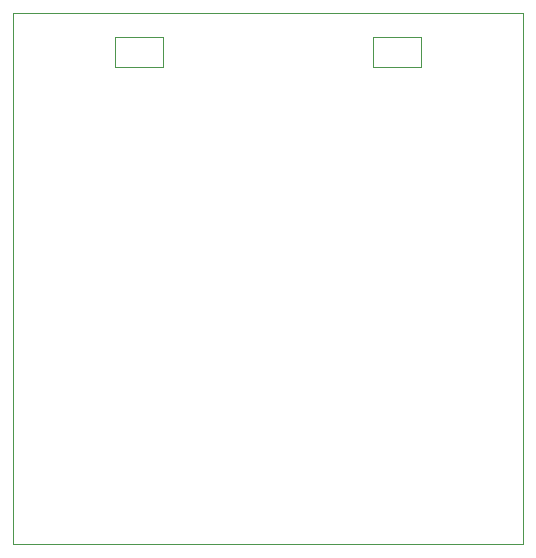
<source format=gbr>
G04 #@! TF.GenerationSoftware,KiCad,Pcbnew,(5.1.9)-1*
G04 #@! TF.CreationDate,2021-08-19T15:30:01-05:00*
G04 #@! TF.ProjectId,astable_dev,61737461-626c-4655-9f64-65762e6b6963,1*
G04 #@! TF.SameCoordinates,Original*
G04 #@! TF.FileFunction,Profile,NP*
%FSLAX46Y46*%
G04 Gerber Fmt 4.6, Leading zero omitted, Abs format (unit mm)*
G04 Created by KiCad (PCBNEW (5.1.9)-1) date 2021-08-19 15:30:01*
%MOMM*%
%LPD*%
G01*
G04 APERTURE LIST*
G04 #@! TA.AperFunction,Profile*
%ADD10C,0.050000*%
G04 #@! TD*
G04 APERTURE END LIST*
D10*
X120396000Y-75692000D02*
X124460000Y-75692000D01*
X120396000Y-73152000D02*
X120396000Y-75692000D01*
X124460000Y-75692000D02*
X124460000Y-73152000D01*
X124460000Y-73152000D02*
X120396000Y-73152000D01*
X146304000Y-75692000D02*
X146304000Y-73152000D01*
X142240000Y-75692000D02*
X146304000Y-75692000D01*
X142240000Y-73152000D02*
X142240000Y-75692000D01*
X146304000Y-73152000D02*
X142240000Y-73152000D01*
X111760000Y-116078000D02*
X154940000Y-116078000D01*
X111760000Y-71120000D02*
X111760000Y-116078000D01*
X154940000Y-71120000D02*
X111760000Y-71120000D01*
X154940000Y-116078000D02*
X154940000Y-71120000D01*
M02*

</source>
